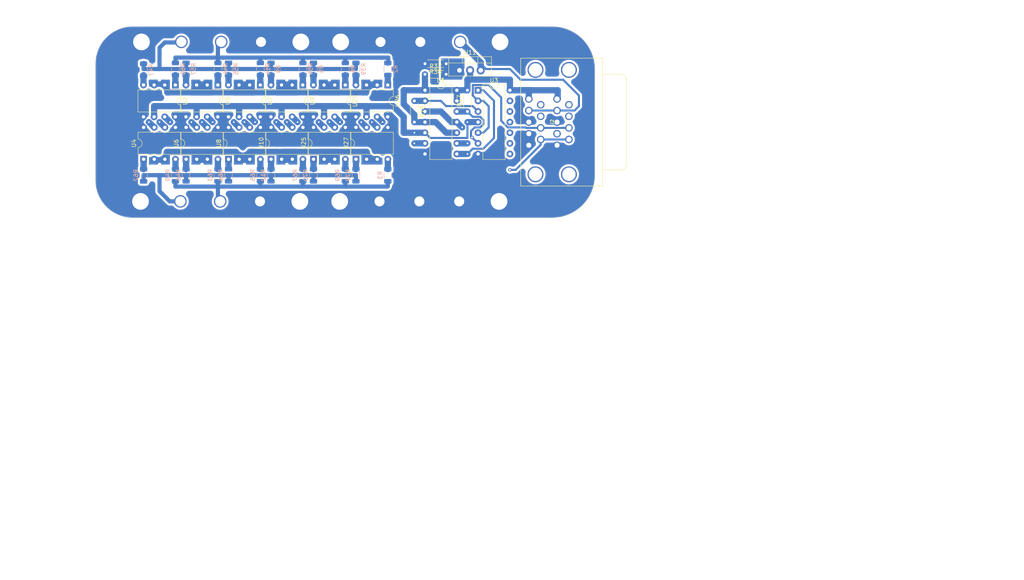
<source format=kicad_pcb>
(kicad_pcb (version 20221018) (generator pcbnew)
  (layers (0 "F.Cu" signal) (31 "B.Cu" signal) (34 "B.Paste" user) (35 "F.Paste" user) (36 "B.SilkS" user "B.Silkscreen") (37 "F.SilkS" user "F.Silkscreen") (38 "B.Mask" user) (39 "F.Mask" user) (44 "Edge.Cuts" user))
  (net 0 "")
  (net 1 "/A")
  (net 2 "Net-(R2-Pad1)")
  (net 3 "/B")
  (net 4 "Net-(R3-Pad1)")
  (net 5 "/C")
  (net 6 "/D")
  (net 7 "Net-(R12-Pad1)")
  (net 8 "Net-(R14-Pad1)")
  (net 9 "Net-(U1B-D)")
  (net 10 "+5V")
  (net 11 "Net-(U1A-D)")
  (net 12 "/A_logic")
  (net 13 "/A_n_logic")
  (net 14 "GND")
  (net 15 "/B_n_logic")
  (net 16 "/B_logic")
  (net 17 "VCC")
  (net 18 "/DIRECTION_upper")
  (net 19 "/CLOCK_upper")
  (net 20 "Net-(U11-ADJ)")
  (net 21 "Net-(R69-Pad1)")
  (net 22 "Net-(R70-Pad1)")
  (net 23 "Net-(R44-Pad1)")
  (net 24 "Net-(R46-Pad1)")
  (net 25 "Net-(R47-Pad1)")
  (net 26 "Net-(R49-Pad1)")
  (net 31 "Net-(R5-Pad1)")
  (net 32 "Net-(R6-Pad1)")
  (net 33 "Net-(R9-Pad1)")
  (net 34 "Net-(R39-Pad1)")
  (net 35 "Net-(R54-Pad1)")
  (net 36 "Net-(R55-Pad1)")
  (net 37 "Net-(R57-Pad1)")
  (net 38 "Net-(R60-Pad1)")
  (net 39 "Net-(R62-Pad1)")
  (net 40 "Net-(R63-Pad1)")
  (net 41 "Net-(R65-Pad1)")
  (net 42 "Net-(R66-Pad1)")
  (net 43 "Net-(R67-Pad1)")
  (net 44 "Net-(R72-Pad1)")
  (footprint "Resistor_THT:R_Axial_DIN0204_L3.6mm_D1.6mm_P5.08mm_Horizontal" (layer "F.Cu") (at 91.5038 -27.36)
    (fp_text reference "R37")
    (fp_text value "820")
  )
  (footprint "178-009-613R571:178-009-613R571" (layer "F.Cu") (at 121.9388 -15.93 90)
    (fp_text reference "J2")
    (fp_text value "178-009-613R571")
  )
  (footprint "Package_DIP:DIP-8_W7.62mm" (layer "F.Cu") (at 72.4438 -24.81 -90)
    (fp_text reference "U24")
    (fp_text value "~")
  )
  (footprint "Package_DIP:DIP-8_W7.62mm" (layer "F.Cu") (at 75.0038 -7.05 90)
    (fp_text reference "U27")
    (fp_text value "~")
  )
  (footprint "Package_DIP:DIP-8_W7.62mm" (layer "F.Cu") (at 82.6038 -24.81 -90)
    (fp_text reference "U26")
    (fp_text value "~")
  )
  (footprint "Resistor_THT:R_Axial_DIN0204_L3.6mm_D1.6mm_P5.08mm_Horizontal" (layer "F.Cu") (at 96.5838 -29.9 180)
    (fp_text reference "R38")
    (fp_text value "220")
  )
  (footprint "Package_DIP:DIP-8_W7.62mm" (layer "F.Cu") (at 54.6838 -7.05 90)
    (fp_text reference "U10")
    (fp_text value "~")
  )
  (footprint "Package_DIP:DIP-14_W7.62mm" (layer "F.Cu") (at 91.5038 -23.55)
    (fp_text reference "U1")
    (fp_text value "74LS74")
  )
  (footprint "Package_DIP:DIP-8_W7.62mm" (layer "F.Cu") (at 44.5138 -7.04 90)
    (fp_text reference "U8")
    (fp_text value "~")
  )
  (footprint "Package_DIP:DIP-8_W7.62mm" (layer "F.Cu") (at 41.9538 -24.81 -90)
    (fp_text reference "U5")
    (fp_text value "~")
  )
  (footprint "Package_DIP:DIP-8_W7.62mm" (layer "F.Cu") (at 52.1138 -24.81 -90)
    (fp_text reference "U7")
    (fp_text value "~")
  )
  (footprint "Package_DIP:DIP-8_W7.62mm" (layer "F.Cu") (at 34.3638 -7.05 90)
    (fp_text reference "U6")
    (fp_text value "~")
  )
  (footprint "Package_DIP:DIP-8_W7.62mm" (layer "F.Cu") (at 24.2038 -7.05 90)
    (fp_text reference "U4")
    (fp_text value "~")
  )
  (footprint "Resistor_THT:R_Axial_DIN0204_L3.6mm_D1.6mm_P5.08mm_Horizontal" (layer "F.Cu") (at 88.9638 -21.01 -90)
    (fp_text reference "R18")
    (fp_text value "5k")
  )
  (footprint "Package_DIP:DIP-14_W7.62mm" (layer "F.Cu") (at 104.2038 -23.55)
    (fp_text reference "U3")
    (fp_text value "74LS136")
  )
  (footprint "Package_DIP:DIP-8_W7.62mm" (layer "F.Cu") (at 64.8438 -7.05 90)
    (fp_text reference "U25")
    (fp_text value "~")
  )
  (footprint "Resistor_THT:R_Axial_DIN0204_L3.6mm_D1.6mm_P5.08mm_Horizontal" (layer "F.Cu") (at 101.6638 -18.47 90)
    (fp_text reference "R17")
    (fp_text value "5k")
  )
  (footprint "Package_DIP:DIP-8_W7.62mm" (layer "F.Cu") (at 62.2738 -24.81 -90)
    (fp_text reference "U9")
    (fp_text value "~")
  )
  (footprint "Package_TO_SOT_THT:TO-220-3_Vertical" (layer "F.Cu") (at 99.7588 -28.32)
    (fp_text reference "U11")
    (fp_text value "LM317_TO-220")
  )
  (footprint "Package_DIP:DIP-8_W7.62mm" (layer "F.Cu") (at 31.7938 -24.81 -90)
    (fp_text reference "U2")
    (fp_text value "~")
  )
  (footprint "Resistor_SMD:R_1206_3216Metric" (layer "B.Cu") (at 64.8338 -3.23 -90)
    (fp_text reference "R70")
    (fp_text value "1")
  )
  (footprint "Resistor_SMD:R_1206_3216Metric" (layer "B.Cu") (at 44.5138 -28.63 90)
    (fp_text reference "R55")
    (fp_text value "1")
  )
  (footprint "Resistor_SMD:R_1206_3216Metric" (layer "B.Cu") (at 54.6738 -3.23 -90)
    (fp_text reference "R12")
    (fp_text value "1")
  )
  (footprint "Resistor_SMD:R_1206_3216Metric" (layer "B.Cu") (at 82.6138 -3.23 -90)
    (fp_text reference "R3")
    (fp_text value "1")
  )
  (footprint "Resistor_SMD:R_1206_3216Metric" (layer "B.Cu") (at 72.4538 -28.63 90)
    (fp_text reference "R6")
    (fp_text value "1")
  )
  (footprint "Resistor_SMD:R_1206_3216Metric" (layer "B.Cu") (at 31.8138 -28.63 90)
    (fp_text reference "R60")
    (fp_text value "1")
  )
  (footprint "Resistor_SMD:R_1206_3216Metric" (layer "B.Cu") (at 34.3538 -28.63 90)
    (fp_text reference "R57")
    (fp_text value "1")
  )
  (footprint "Resistor_SMD:R_1206_3216Metric" (layer "B.Cu") (at 74.9938 -28.63 90)
    (fp_text reference "R39")
    (fp_text value "1")
  )
  (footprint "Resistor_SMD:R_1206_3216Metric" (layer "B.Cu") (at 74.9938 -3.23 -90)
    (fp_text reference "R72")
    (fp_text value "1")
  )
  (footprint "Resistor_SMD:R_1206_3216Metric" (layer "B.Cu") (at 72.4538 -3.23 -90)
    (fp_text reference "R69")
    (fp_text value "1")
  )
  (footprint "Resistor_SMD:R_1206_3216Metric" (layer "B.Cu") (at 34.3538 -3.23 -90)
    (fp_text reference "R46")
    (fp_text value "1")
  )
  (footprint "Resistor_SMD:R_1206_3216Metric" (layer "B.Cu") (at 82.6138 -28.63 90)
    (fp_text reference "R2")
    (fp_text value "1")
  )
  (footprint "Resistor_SMD:R_1206_3216Metric" (layer "B.Cu") (at 24.1938 -28.4375 90)
    (fp_text reference "R47")
    (fp_text value "1")
  )
  (footprint "Resistor_SMD:R_1206_3216Metric" (layer "B.Cu") (at 24.1938 -3.23 -90)
    (fp_text reference "R62")
    (fp_text value "1")
  )
  (footprint "Resistor_SMD:R_1206_3216Metric" (layer "B.Cu") (at 62.2938 -28.63 90)
    (fp_text reference "R54")
    (fp_text value "1")
  )
  (footprint "Resistor_SMD:R_1206_3216Metric" (layer "B.Cu") (at 41.9738 -3.23 -90)
    (fp_text reference "R63")
    (fp_text value "1")
  )
  (footprint "Resistor_SMD:R_1206_3216Metric" (layer "B.Cu") (at 41.9738 -28.63 90)
    (fp_text reference "R44")
    (fp_text value "1")
  )
  (footprint "Resistor_SMD:R_1206_3216Metric" (layer "B.Cu") (at 52.1338 -28.63 90)
    (fp_text reference "R14")
    (fp_text value "1")
  )
  (footprint "Resistor_SMD:R_1206_3216Metric" (layer "B.Cu") (at 31.8138 -3.23 -90)
    (fp_text reference "R49")
    (fp_text value "1")
  )
  (footprint "Resistor_SMD:R_1206_3216Metric" (layer "B.Cu") (at 52.1338 -3.23 -90)
    (fp_text reference "R65")
    (fp_text value "1")
  )
  (footprint "Resistor_SMD:R_1206_3216Metric" (layer "B.Cu") (at 44.5138 -3.23 -90)
    (fp_text reference "R66")
    (fp_text value "1")
  )
  (footprint "Resistor_SMD:R_1206_3216Metric" (layer "B.Cu") (at 64.8338 -28.63 90)
    (fp_text reference "R5")
    (fp_text value "1")
  )
  (footprint "Resistor_SMD:R_1206_3216Metric" (layer "B.Cu") (at 54.6738 -28.63 90)
    (fp_text reference "R9")
    (fp_text value "1")
  )
  (footprint "Resistor_SMD:R_1206_3216Metric" (layer "B.Cu") (at 62.2938 -3.23 -90)
    (fp_text reference "R67")
    (fp_text value "1")
  )
  (gr_arc (start 121.9838 -38.79) (mid 129.168005 -35.814205) (end 132.1438 -28.63) (stroke (width 0.1)) (layer "Edge.Cuts"))
  (gr_line (start 21.589979 6.93) (end 121.9838 6.93) (stroke (width 0.1)) (layer "Edge.Cuts"))
  (gr_line (start 21.589979 -38.79) (end 121.9838 -38.79) (stroke (width 0.1)) (layer "Edge.Cuts"))
  (gr_arc (start 21.589979 6.93) (mid 15.303813 4.326172) (end 12.699979 -1.96) (stroke (width 0.1)) (layer "Edge.Cuts"))
  (gr_arc (start 12.699979 -29.9) (mid 15.303798 -36.186187) (end 21.589979 -38.79) (stroke (width 0.1)) (layer "Edge.Cuts"))
  (gr_line (start 132.1438 -28.63) (end 132.1438 -3.23) (stroke (width 0.1)) (layer "Edge.Cuts"))
  (gr_line (start 12.699979 -1.96) (end 12.699979 -29.9) (stroke (width 0.1)) (layer "Edge.Cuts"))
  (gr_arc (start 132.1438 -3.23) (mid 129.168005 3.954205) (end 121.9838 6.93) (stroke (width 0.1)) (layer "Edge.Cuts"))
  (via (at 33.2338 -35.12) (size 3) (drill 2.4) (layers "F.Cu" "B.Cu") (net 1))
  (segment (start 33.0938 -34.98) (end 33.2338 -35.12) (width 1) (layer "B.Cu") (net 1))
  (segment (start 34.3538 -28.63) (end 34.3538 -30.0925) (width 1) (layer "B.Cu") (net 1))
  (segment (start 74.9938 -30.0925) (end 74.9938 -28.63) (width 1) (layer "B.Cu") (net 1))
  (segment (start 64.8338 -28.63) (end 54.6738 -28.63) (width 1) (layer "B.Cu") (net 1))
  (segment (start 28.0038 -33.71) (end 29.2738 -34.98) (width 1) (layer "B.Cu") (net 1))
  (segment (start 28.0038 -28.63) (end 28.0038 -33.71) (width 1) (layer "B.Cu") (net 1))
  (segment (start 74.9938 -28.63) (end 64.8338 -28.63) (width 1) (layer "B.Cu") (net 1))
  (segment (start 29.2738 -34.98) (end 33.0938 -34.98) (width 1) (layer "B.Cu") (net 1))
  (segment (start 28.0038 -28.63) (end 24.1938 -28.63) (width 1) (layer "B.Cu") (net 1))
  (segment (start 34.3538 -28.63) (end 28.0038 -28.63) (width 1) (layer "B.Cu") (net 1))
  (segment (start 24.1938 -28.63) (end 24.1938 -30.0925) (width 1) (layer "B.Cu") (net 1))
  (segment (start 54.6738 -30.0925) (end 54.6738 -28.63) (width 1) (layer "B.Cu") (net 1))
  (segment (start 54.6738 -28.63) (end 44.5138 -28.63) (width 1) (layer "B.Cu") (net 1))
  (segment (start 44.5138 -30.0925) (end 44.5138 -28.63) (width 1) (layer "B.Cu") (net 1))
  (segment (start 44.5138 -28.63) (end 34.3538 -28.63) (width 1) (layer "B.Cu") (net 1))
  (segment (start 64.8338 -30.0925) (end 64.8338 -28.63) (width 1) (layer "B.Cu") (net 1))
  (segment (start 24.1738 -24.81) (end 24.1738 -27.1475) (width 1.5) (layer "B.Cu") (net 2))
  (segment (start 24.1738 -27.1475) (end 24.1938 -27.1675) (width 1.5) (layer "B.Cu") (net 2))
  (via (at 42.7538 -35.11) (size 3) (drill 2.4) (layers "F.Cu" "B.Cu") (net 3))
  (segment (start 72.2688 -31.355) (end 72.4538 -31.17) (width 1) (layer "B.Cu") (net 3))
  (segment (start 53.3963 -31.355) (end 43.2363 -31.355) (width 1) (layer "B.Cu") (net 3))
  (segment (start 43.2363 -31.355) (end 31.8138 -31.355) (width 1) (layer "B.Cu") (net 3))
  (segment (start 41.9738 -34.33) (end 42.7538 -35.11) (width 1) (layer "B.Cu") (net 3))
  (segment (start 72.4538 -31.355) (end 72.2688 -31.355) (width 1) (layer "B.Cu") (net 3))
  (segment (start 41.9738 -30.0925) (end 41.9738 -34.33) (width 1) (layer "B.Cu") (net 3))
  (segment (start 63.5563 -31.355) (end 72.4538 -31.355) (width 1) (layer "B.Cu") (net 3))
  (segment (start 82.730159 -30.016359) (end 82.6138 -29.9) (width 1) (layer "B.Cu") (net 3))
  (segment (start 81.164561 -31.349239) (end 82.730159 -31.349239) (width 1) (layer "B.Cu") (net 3))
  (segment (start 62.2938 -30.0925) (end 62.2938 -31.355) (width 1) (layer "B.Cu") (net 3))
  (segment (start 63.5563 -31.355) (end 53.3963 -31.355) (width 1) (layer "B.Cu") (net 3))
  (segment (start 81.1588 -31.355) (end 72.4538 -31.355) (width 1) (layer "B.Cu") (net 3))
  (segment (start 81.1588 -31.355) (end 81.164561 -31.349239) (width 1) (layer "B.Cu") (net 3))
  (segment (start 72.4538 -31.17) (end 72.4538 -30.0925) (width 1) (layer "B.Cu") (net 3))
  (segment (start 52.1338 -31.355) (end 52.1338 -30.0925) (width 1) (layer "B.Cu") (net 3))
  (segment (start 31.8138 -31.355) (end 31.8138 -30.0925) (width 1) (layer "B.Cu") (net 3))
  (segment (start 82.730159 -31.349239) (end 82.730159 -30.016359) (width 1) (layer "B.Cu") (net 3))
  (segment (start 24.2038 -4.7025) (end 24.1938 -4.6925) (width 1.5) (layer "B.Cu") (net 4))
  (segment (start 24.2038 -7.05) (end 24.2038 -4.7025) (width 1.5) (layer "B.Cu") (net 4))
  (via (at 42.5138 3.04) (size 3) (drill 2.4) (layers "F.Cu" "B.Cu") (net 5))
  (segment (start 52.1338 -0.505) (end 52.1338 -1.7675) (width 1) (layer "B.Cu") (net 5))
  (segment (start 41.9738 -1.7675) (end 41.9738 2.5) (width 1) (layer "B.Cu") (net 5))
  (segment (start 82.6138 -0.59375) (end 82.52505 -0.505) (width 1) (layer "B.Cu") (net 5))
  (segment (start 72.4538 -0.69) (end 72.6388 -0.505) (width 1) (layer "B.Cu") (net 5))
  (segment (start 63.5563 -0.505) (end 53.3963 -0.505) (width 1) (layer "B.Cu") (net 5))
  (segment (start 41.9738 2.5) (end 42.5138 3.04) (width 1) (layer "B.Cu") (net 5))
  (segment (start 43.2363 -0.505) (end 31.8138 -0.505) (width 1) (layer "B.Cu") (net 5))
  (segment (start 62.2938 -0.505) (end 62.2938 -1.7675) (width 1) (layer "B.Cu") (net 5))
  (segment (start 31.8138 -0.505) (end 31.8138 -1.7675) (width 1) (layer "B.Cu") (net 5))
  (segment (start 72.6388 -0.505) (end 63.5563 -0.505) (width 1) (layer "B.Cu") (net 5))
  (segment (start 53.3963 -0.505) (end 43.2363 -0.505) (width 1) (layer "B.Cu") (net 5))
  (segment (start 72.4538 -1.7675) (end 72.4538 -0.69) (width 1) (layer "B.Cu") (net 5))
  (segment (start 82.6138 -1.7675) (end 82.6138 -0.59375) (width 1) (layer "B.Cu") (net 5))
  (segment (start 82.52505 -0.505) (end 72.6388 -0.505) (width 1) (layer "B.Cu") (net 5))
  (via (at 32.9938 3.03) (size 3) (drill 2.4) (layers "F.Cu" "B.Cu") (net 6))
  (segment (start 30.4538 3.03) (end 32.9938 3.03) (width 1) (layer "B.Cu") (net 6))
  (segment (start 64.8338 -3.23) (end 74.9938 -3.23) (width 1) (layer "B.Cu") (net 6))
  (segment (start 44.5138 -3.23) (end 54.6738 -3.23) (width 1) (layer "B.Cu") (net 6))
  (segment (start 54.6738 -3.23) (end 54.6738 -1.7675) (width 1) (layer "B.Cu") (net 6))
  (segment (start 24.1938 -1.7675) (end 24.1938 -3.23) (width 1) (layer "B.Cu") (net 6))
  (segment (start 28.0038 0.58) (end 30.4538 3.03) (width 1) (layer "B.Cu") (net 6))
  (segment (start 54.6738 -3.23) (end 64.8338 -3.23) (width 1) (layer "B.Cu") (net 6))
  (segment (start 34.3538 -3.23) (end 44.5138 -3.23) (width 1) (layer "B.Cu") (net 6))
  (segment (start 24.1938 -3.23) (end 28.0038 -3.23) (width 1) (layer "B.Cu") (net 6))
  (segment (start 74.9938 -3.23) (end 74.9938 -1.7675) (width 1) (layer "B.Cu") (net 6))
  (segment (start 44.5138 -3.23) (end 44.5138 -1.7675) (width 1) (layer "B.Cu") (net 6))
  (segment (start 28.0038 -3.23) (end 34.3538 -3.23) (width 1) (layer "B.Cu") (net 6))
  (segment (start 34.3538 -3.23) (end 34.3538 -1.7675) (width 1) (layer "B.Cu") (net 6))
  (segment (start 64.8338 -3.23) (end 64.8338 -1.7675) (width 1) (layer "B.Cu") (net 6))
  (segment (start 28.0038 -3.23) (end 28.0038 0.58) (width 1) (layer "B.Cu") (net 6))
  (segment (start 52.1338 -7.04) (end 52.1338 -4.6925) (width 1.5) (layer "B.Cu") (net 7))
  (segment (start 54.6738 -24.83) (end 54.6538 -24.81) (width 1.5) (layer "B.Cu") (net 8))
  (segment (start 54.6738 -27.1675) (end 54.6738 -24.83) (width 1.5) (layer "B.Cu") (net 8))
  (via (at 102.756773 -12.257357) (size 0.8) (drill 0.4) (layers "F.Cu" "B.Cu") (net 9))
  (segment (start 103.391854 -14.66) (end 104.701567 -14.66) (width 0.5) (layer "B.Cu") (net 9))
  (segment (start 102.9338 -17.2) (end 101.6638 -18.47) (width 0.5) (layer "B.Cu") (net 9))
  (segment (start 102.515576 -13.783722) (end 103.391854 -14.66) (width 0.5) (layer "B.Cu") (net 9))
  (segment (start 104.701567 -14.66) (end 105.4738 -15.432233) (width 0.5) (layer "B.Cu") (net 9))
  (segment (start 105.4738 -15.432233) (end 105.4738 -16.427767) (width 0.5) (layer "B.Cu") (net 9))
  (segment (start 104.701567 -17.2) (end 102.9338 -17.2) (width 0.5) (layer "B.Cu") (net 9))
  (segment (start 104.2038 -10.85) (end 102.515576 -12.538224) (width 0.5) (layer "B.Cu") (net 9))
  (segment (start 99.1238 -18.47) (end 101.6638 -18.47) (width 1.5) (layer "B.Cu") (net 9))
  (segment (start 105.4738 -16.427767) (end 104.701567 -17.2) (width 0.5) (layer "B.Cu") (net 9))
  (segment (start 102.515576 -12.538224) (end 102.515576 -13.783722) (width 0.5) (layer "B.Cu") (net 9))
  (segment (start 111.8238 -26.09) (end 111.8238 -23.55) (width 1.5) (layer "B.Cu") (net 10))
  (segment (start 86.4238 -23.55) (end 91.5038 -23.55) (width 1.5) (layer "B.Cu") (net 10))
  (segment (start 101.6638 -26.09) (end 111.8238 -26.09) (width 1.5) (layer "B.Cu") (net 10))
  (segment (start 99.1238 -23.55) (end 99.1238 -21.01) (width 1.5) (layer "B.Cu") (net 10))
  (segment (start 114.2688 -23.55) (end 123.2538 -23.55) (width 1.5) (layer "B.Cu") (net 10))
  (segment (start 88.9638 -15.93) (end 88.9638 -17.693298) (width 1.5) (layer "B.Cu") (net 10))
  (segment (start 102.2988 -28.32) (end 102.2988 -26.725) (width 1.5) (layer "B.Cu") (net 10))
  (segment (start 88.9638 -15.93) (end 91.5038 -15.93) (width 1.5) (layer "B.Cu") (net 10))
  (segment (start 101.6638 -26.09) (end 101.6638 -23.55) (width 1.5) (layer "B.Cu") (net 10))
  (segment (start 91.5038 -15.93) (end 94.0438 -15.93) (width 1.5) (layer "B.Cu") (net 10))
  (segment (start 123.2538 -21.625) (end 123.0988 -21.47) (width 1.5) (layer "B.Cu") (net 10))
  (segment (start 86.4238 -20.233298) (end 86.4238 -23.55) (width 1.5) (layer "B.Cu") (net 10))
  (segment (start 88.9638 -17.693298) (end 86.4238 -20.233298) (width 1.5) (layer "B.Cu") (net 10))
  (segment (start 102.2988 -26.725) (end 101.6638 -26.09) (width 1.5) (layer "B.Cu") (net 10))
  (segment (start 111.8238 -23.55) (end 114.2688 -23.55) (width 1.5) (layer "B.Cu") (net 10))
  (segment (start 94.0438 -15.93) (end 96.5838 -13.39) (width 1.5) (layer "B.Cu") (net 10))
  (segment (start 123.2538 -23.55) (end 123.2538 -21.625) (width 1.5) (layer "B.Cu") (net 10))
  (segment (start 116.9038 -23.55) (end 116.3488 -22.995) (width 1.5) (layer "B.Cu") (net 10))
  (segment (start 114.2688 -23.55) (end 116.9038 -23.55) (width 1.5) (layer "B.Cu") (net 10))
  (segment (start 91.5038 -23.55) (end 101.6638 -23.55) (width 1.5) (layer "B.Cu") (net 10))
  (segment (start 91.5038 -23.55) (end 91.5038 -27.36) (width 1.5) (layer "B.Cu") (net 10))
  (segment (start 96.5838 -13.39) (end 99.1238 -13.39) (width 1.5) (layer "B.Cu") (net 10))
  (segment (start 116.3488 -22.995) (end 116.3488 -21.47) (width 1.5) (layer "B.Cu") (net 10))
  (segment (start 104.2038 -18.47) (end 102.9138 -19.76) (width 0.5) (layer "B.Cu") (net 11))
  (segment (start 96.5638 -19.76) (end 95.3138 -21.01) (width 0.5) (layer "B.Cu") (net 11))
  (segment (start 88.9638 -21.01) (end 91.5038 -21.01) (width 1.5) (layer "B.Cu") (net 11))
  (segment (start 95.3138 -21.01) (end 91.5038 -21.01) (width 0.5) (layer "B.Cu") (net 11))
  (segment (start 102.9138 -19.76) (end 96.5638 -19.76) (width 0.5) (layer "B.Cu") (net 11))
  (via (at 101.6638 -15.93) (size 0.8) (drill 0.4) (layers "F.Cu" "B.Cu") (net 12))
  (via (at 88.9638 -13.39) (size 0.8) (drill 0.4) (layers "F.Cu" "B.Cu") (net 12))
  (segment (start 77.5238 -19.73) (end 77.5238 -17.19) (width 1.5) (layer "B.Cu") (net 12))
  (segment (start 67.3738 -19.74) (end 77.5338 -19.74) (width 1.5) (layer "B.Cu") (net 12))
  (segment (start 36.8938 -19.74) (end 47.0538 -19.74) (width 1.5) (layer "B.Cu") (net 12))
  (segment (start 86.4238 -13.39) (end 91.5038 -13.39) (width 1.5) (layer "B.Cu") (net 12))
  (segment (start 101.6638 -15.93) (end 104.2038 -15.93) (width 1.5) (layer "B.Cu") (net 12))
  (segment (start 82.538674 -19.73) (end 82.548674 -19.74) (width 1.5) (layer "B.Cu") (net 12))
  (segment (start 82.548674 -19.74) (end 83.8838 -19.74) (width 1.5) (layer "B.Cu") (net 12))
  (segment (start 26.7138 -19.72) (end 26.7338 -19.74) (width 1.5) (layer "B.Cu") (net 12))
  (segment (start 47.0538 -19.74) (end 57.2138 -19.74) (width 1.5) (layer "B.Cu") (net 12))
  (segment (start 26.7138 -17.19) (end 26.7138 -19.72) (width 1.5) (layer "B.Cu") (net 12))
  (segment (start 77.5238 -19.73) (end 82.538674 -19.73) (width 1.5) (layer "B.Cu") (net 12))
  (segment (start 92.7538 -12.14) (end 91.5038 -13.39) (width 0.5) (layer "B.Cu") (net 12))
  (segment (start 101.6638 -15.93) (end 101.6638 -12.14) (width 0.5) (layer "B.Cu") (net 12))
  (segment (start 83.8838 -19.74) (end 86.4238 -17.2) (width 1.5) (layer "B.Cu") (net 12))
  (segment (start 101.6638 -12.14) (end 92.7538 -12.14) (width 0.5) (layer "B.Cu") (net 12))
  (segment (start 36.8738 -19.72) (end 36.8938 -19.74) (width 1.5) (layer "B.Cu") (net 12))
  (segment (start 57.2138 -19.74) (end 57.1938 -19.72) (width 1.5) (layer "B.Cu") (net 12))
  (segment (start 77.5338 -19.74) (end 77.5238 -19.73) (width 1.5) (layer "B.Cu") (net 12))
  (segment (start 67.3738 -19.74) (end 67.3638 -19.73) (width 1.5) (layer "B.Cu") (net 12))
  (segment (start 47.0338 -19.72) (end 47.0338 -17.19) (width 1.5) (layer "B.Cu") (net 12))
  (segment (start 47.0538 -19.74) (end 47.0338 -19.72) (width 1.5) (layer "B.Cu") (net 12))
  (segment (start 67.3638 -19.73) (end 67.3638 -17.19) (width 1.5) (layer "B.Cu") (net 12))
  (segment (start 57.2138 -19.74) (end 67.3738 -19.74) (width 1.5) (layer "B.Cu") (net 12))
  (segment (start 36.8738 -17.19) (end 36.8738 -19.72) (width 1.5) (layer "B.Cu") (net 12))
  (segment (start 26.7338 -19.74) (end 36.8938 -19.74) (width 1.5) (layer "B.Cu") (net 12))
  (segment (start 57.1938 -19.72) (end 57.1938 -17.19) (width 1.5) (layer "B.Cu") (net 12))
  (segment (start 86.4238 -17.2) (end 86.4238 -13.39) (width 1.5) (layer "B.Cu") (net 12))
  (via (at 71.1838 -15.93) (size 0.8) (drill 0.4) (layers "F.Cu" "B.Cu") (net 13))
  (via (at 88.9638 -10.85) (size 0.8) (drill 0.4) (layers "F.Cu" "B.Cu") (net 13))
  (via (at 50.8638 -15.93) (size 0.8) (drill 0.4) (layers "F.Cu" "B.Cu") (net 13))
  (via (at 40.7038 -15.93) (size 0.8) (drill 0.4) (layers "F.Cu" "B.Cu") (net 13))
  (via (at 81.3438 -15.93) (size 0.8) (drill 0.4) (layers "F.Cu" "B.Cu") (net 13))
  (via (at 61.0238 -15.93) (size 0.8) (drill 0.4) (layers "F.Cu" "B.Cu") (net 13))
  (via (at 30.5438 -15.93) (size 0.8) (drill 0.4) (layers "F.Cu" "B.Cu") (net 13))
  (segment (start 69.9038 -17.19) (end 69.9238 -17.19) (width 1.5) (layer "B.Cu") (net 13))
  (segment (start 49.5538 -17.19) (end 50.8138 -15.93) (width 0.4) (layer "B.Cu") (net 13))
  (segment (start 91.5038 -10.85) (end 88.9638 -10.85) (width 1.5) (layer "B.Cu") (net 13))
  (segment (start 40.7038 -15.93) (end 40.7038 -15.88) (width 0.4) (layer "B.Cu") (net 13))
  (segment (start 81.3438 -15.88) (end 81.2938 -15.93) (width 0.4) (layer "B.Cu") (net 13))
  (segment (start 81.3438 -15.93) (end 81.3438 -15.88) (width 0.4) (layer "B.Cu") (net 13))
  (segment (start 40.7038 -15.88) (end 40.6538 -15.93) (width 0.4) (layer "B.Cu") (net 13))
  (segment (start 49.5738 -17.19) (end 50.8138 -15.95) (width 1.5) (layer "B.Cu") (net 13))
  (segment (start 71.1338 -15.93) (end 71.1838 -15.93) (width 0.4) (layer "B.Cu") (net 13))
  (segment (start 50.8638 -15.93) (end 50.8638 -15.88) (width 0.4) (layer "B.Cu") (net 13))
  (segment (start 61.0238 -15.88) (end 60.9738 -15.93) (width 0.4) (layer "B.Cu") (net 13))
  (segment (start 39.4138 -17.19) (end 39.4438 -17.19) (width 1.5) (layer "B.Cu") (net 13))
  (segment (start 29.2838 -17.19) (end 30.5438 -15.93) (width 1.5) (layer "B.Cu") (net 13))
  (segment (start 30.5438 -15.9) (end 30.5138 -15.93) (width 0.4) (layer "B.Cu") (net 13))
  (segment (start 39.3938 -17.19) (end 40.6538 -15.93) (width 0.4) (layer "B.Cu") (net 13))
  (segment (start 71.1838 -15.88) (end 71.1338 -15.93) (width 0.4) (layer "B.Cu") (net 13))
  (segment (start 30.5138 -15.93) (end 30.5438 -15.93) (width 0.4) (layer "B.Cu") (net 13))
  (segment (start 50.8638 -15.88) (end 50.8138 -15.93) (width 0.4) (layer "B.Cu") (net 13))
  (segment (start 71.1838 -15.93) (end 71.1838 -15.88) (width 0.4) (layer "B.Cu") (net 13))
  (segment (start 59.7638 -17.19) (end 61.0238 -15.93) (width 1.5) (layer "B.Cu") (net 13))
  (segment (start 69.9238 -17.19) (end 71.1838 -15.93) (width 1.5) (layer "B.Cu") (net 13))
  (segment (start 30.5438 -15.93) (end 30.5438 -15.9) (width 0.4) (layer "B.Cu") (net 13))
  (segment (start 60.9738 -15.93) (end 61.0238 -15.93) (width 0.4) (layer "B.Cu") (net 13))
  (segment (start 61.0238 -15.93) (end 61.0238 -15.88) (width 0.4) (layer "B.Cu") (net 13))
  (segment (start 40.6538 -15.93) (end 40.7038 -15.93) (width 0.4) (layer "B.Cu") (net 13))
  (segment (start 69.8738 -17.19) (end 71.1338 -15.93) (width 0.4) (layer "B.Cu") (net 13))
  (segment (start 59.7338 -17.19) (end 59.7638 -17.19) (width 1.5) (layer "B.Cu") (net 13))
  (segment (start 59.7138 -17.19) (end 60.9738 -15.93) (width 0.4) (layer "B.Cu") (net 13))
  (segment (start 80.0838 -17.19) (end 81.3438 -15.93) (width 1.5) (layer "B.Cu") (net 13))
  (segment (start 80.0338 -17.19) (end 81.2938 -15.93) (width 0.4) (layer "B.Cu") (net 13))
  (segment (start 81.2938 -15.93) (end 81.3438 -15.93) (width 0.4) (layer "B.Cu") (net 13))
  (segment (start 50.8138 -15.95) (end 50.8138 -15.93) (width 1.5) (layer "B.Cu") (net 13))
  (segment (start 29.2538 -17.19) (end 29.2838 -17.19) (width 1.5) (layer "B.Cu") (net 13))
  (segment (start 39.4438 -17.19) (end 40.7038 -15.93) (width 1.5) (layer "B.Cu") (net 13))
  (segment (start 80.0638 -17.19) (end 80.0838 -17.19) (width 1.5) (layer "B.Cu") (net 13))
  (segment (start 50.8138 -15.93) (end 50.8638 -15.93) (width 0.4) (layer "B.Cu") (net 13))
  (via (at 52.0438 3.04) (size 3) (drill 2.4) (layers "F.Cu" "B.Cu") (net 14))
  (via (at 61.8138 -35.11) (size 4.5) (drill 4) (layers "F.Cu" "B.Cu") (net 14))
  (via (at 90.4038 -35.11) (size 3) (drill 2.4) (layers "F.Cu" "B.Cu") (net 14))
  (via (at 109.4638 -35.11) (size 4.5) (drill 4) (layers "F.Cu" "B.Cu") (net 14))
  (via (at 61.5738 3.04) (size 4.5) (drill 4) (layers "F.Cu" "B.Cu") (net 14))
  (via (at 99.6938 3.04) (size 3) (drill 2.4) (layers "F.Cu" "B.Cu") (net 14))
  (via (at 23.4538 3.04) (size 4.5) (drill 4) (layers "F.Cu" "B.Cu") (net 14))
  (via (at 71.3438 -35.11) (size 4.5) (drill 4) (layers "F.Cu" "B.Cu") (net 14))
  (via (at 71.1038 3.04) (size 4.5) (drill 4) (layers "F.Cu" "B.Cu") (net 14))
  (via (at 80.8738 -35.11) (size 3) (drill 2.4) (layers "F.Cu" "B.Cu") (net 14))
  (via (at 109.2238 3.04) (size 4.5) (drill 4) (layers "F.Cu" "B.Cu") (net 14))
  (via (at 90.1638 3.04) (size 3) (drill 2.4) (layers "F.Cu" "B.Cu") (net 14))
  (via (at 80.6338 3.04) (size 3) (drill 2.4) (layers "F.Cu" "B.Cu") (net 14))
  (via (at 52.2838 -35.11) (size 3) (drill 2.4) (layers "F.Cu" "B.Cu") (net 14))
  (via (at 23.6938 -35.11) (size 4.5) (drill 4) (layers "F.Cu" "B.Cu") (net 14))
  (segment (start 54.6538 -17.19) (end 53.4088 -15.945) (width 1.5) (layer "B.Cu") (net 14))
  (segment (start 41.9538 -17.19) (end 43.2288 -15.915) (width 1.5) (layer "B.Cu") (net 14))
  (segment (start 53.4088 -15.945) (end 54.6838 -14.67) (width 1.5) (layer "B.Cu") (net 14))
  (segment (start 62.3038 -14.67) (end 63.5488 -15.915) (width 1.5) (layer "B.Cu") (net 14))
  (segment (start 52.1438 -14.67) (end 52.1338 -14.66) (width 1.5) (layer "B.Cu") (net 14))
  (segment (start 74.9838 -17.19) (end 73.7338 -15.94) (width 1.5) (layer "B.Cu") (net 14))
  (segment (start 82.6038 -17.19) (end 83.8738 -15.92) (width 1.5) (layer "B.Cu") (net 14))
  (segment (start 75.0038 -14.67) (end 72.4638 -14.67) (width 1.5) (layer "B.Cu") (net 14))
  (segment (start 64.8438 -14.67) (end 62.3038 -14.67) (width 1.5) (layer "B.Cu") (net 14))
  (segment (start 33.0538 -15.93) (end 31.7938 -17.19) (width 1.5) (layer "B.Cu") (net 14))
  (segment (start 72.4638 -14.67) (end 73.7138 -15.92) (width 1.5) (layer "B.Cu") (net 14))
  (segment (start 53.3888 -15.915) (end 52.1138 -17.19) (width 1.5) (layer "B.Cu") (net 14))
  (segment (start 33.0888 -15.945) (end 34.3338 -17.19) (width 1.5) (layer "B.Cu") (net 14))
  (segment (start 34.3638 -14.67) (end 33.0888 -15.945) (width 1.5) (layer "B.Cu") (net 14))
  (segment (start 33.0838 -15.93) (end 33.0538 -15.93) (width 1.5) (layer "B.Cu") (net 14))
  (segment (start 54.6838 -14.67) (end 52.1438 -14.67) (width 1.5) (layer "B.Cu") (net 14))
  (segment (start 73.7338 -15.94) (end 75.0038 -14.67) (width 1.5) (layer "B.Cu") (net 14))
  (segment (start 52.1338 -14.66) (end 53.3888 -15.915) (width 1.5) (layer "B.Cu") (net 14))
  (segment (start 63.5738 -15.94) (end 64.8438 -14.67) (width 1.5) (layer "B.Cu") (net 14))
  (segment (start 83.8738 -15.92) (end 82.6238 -14.67) (width 1.5) (layer "B.Cu") (net 14))
  (segment (start 43.2388 -15.935) (end 44.4938 -17.19) (width 1.5) (layer "B.Cu") (net 14))
  (segment (start 63.5488 -15.915) (end 62.2738 -17.19) (width 1.5) (layer "B.Cu") (net 14))
  (segment (start 22.9288 -15.945) (end 24.2038 -14.67) (width 1.5) (layer "B.Cu") (net 14))
  (segment (start 44.5138 -14.66) (end 43.2388 -15.935) (width 1.5) (layer "B.Cu") (net 14))
  (segment (start 24.1738 -17.19) (end 22.9288 -15.945) (width 1.5) (layer "B.Cu") (net 14))
  (segment (start 33.0838 -15.93) (end 31.8238 -14.67) (width 1.5) (layer "B.Cu") (net 14))
  (segment (start 44.5038 -14.67) (end 44.5138 -14.66) (width 1.5) (layer "B.Cu") (net 14))
  (segment (start 72.4438 -17.19) (end 74.9838 -17.19) (width 1.5) (layer "B.Cu") (net 14))
  (segment (start 52.1138 -17.19) (end 54.6538 -17.19) (width 1.5) (layer "B.Cu") (net 14))
  (segment (start 41.9838 -14.67) (end 44.5038 -14.67) (width 1.5) (layer "B.Cu") (net 14))
  (segment (start 73.7138 -15.92) (end 72.4438 -17.19) (width 1.5) (layer "B.Cu") (net 14))
  (segment (start 44.4938 -17.19) (end 41.9538 -17.19) (width 1.5) (layer "B.Cu") (net 14))
  (segment (start 34.3338 -17.19) (end 31.7938 -17.19) (width 1.5) (layer "B.Cu") (net 14))
  (segment (start 43.2288 -15.915) (end 41.9838 -14.67) (width 1.5) (layer "B.Cu") (net 14))
  (segment (start 64.8238 -17.19) (end 63.5738 -15.94) (width 1.5) (layer "B.Cu") (net 14))
  (segment (start 31.8238 -14.67) (end 34.3638 -14.67) (width 1.5) (layer "B.Cu") (net 14))
  (segment (start 62.2738 -17.19) (end 64.8238 -17.19) (width 1.5) (layer "B.Cu") (net 14))
  (via (at 76.2638 -15.93) (size 0.8) (drill 0.4) (layers "F.Cu" "B.Cu") (net 15))
  (via (at 66.1038 -15.93) (size 0.8) (drill 0.4) (layers "F.Cu" "B.Cu") (net 15))
  (via (at 55.9438 -15.93) (size 0.8) (drill 0.4) (layers "F.Cu" "B.Cu") (net 15))
  (via (at 25.4638 -15.93) (size 0.8) (drill 0.4) (layers "F.Cu" "B.Cu") (net 15))
  (via (at 101.6638 -8.31) (size 0.8) (drill 0.4) (layers "F.Cu" "B.Cu") (net 15))
  (via (at 35.6238 -15.93) (size 0.8) (drill 0.4) (layers "F.Cu" "B.Cu") (net 15))
  (via (at 45.7838 -15.93) (size 0.8) (drill 0.4) (layers "F.Cu" "B.Cu") (net 15))
  (segment (start 104.2038 -23.55) (end 105.4738 -23.55) (width 0.5) (layer "B.Cu") (net 15))
  (segment (start 47.0438 -14.67) (end 45.7838 -15.93) (width 0.4) (layer "B.Cu") (net 15))
  (segment (start 105.4738 -23.55) (end 108.0138 -21.01) (width 0.5) (layer "B.Cu") (net 15))
  (segment (start 25.4638 -15.93) (end 25.4638 -15.95) (width 0.4) (layer "B.Cu") (net 15))
  (segment (start 108.0138 -12.12) (end 105.4538 -9.56) (width 0.5) (layer "B.Cu") (net 15))
  (segment (start 77.5438 -14.67) (end 77.5238 -14.67) (width 1.5) (layer "B.Cu") (net 15))
  (segment (start 67.3838 -14.67) (end 67.3638 -14.67) (width 1.5) (layer "B.Cu") (net 15))
  (segment (start 57.2038 -14.67) (end 55.9438 -15.93) (width 1.5) (layer "B.Cu") (net 15))
  (segment (start 25.4638 -15.95) (end 25.4838 -15.93) (width 0.4) (layer "B.Cu") (net 15))
  (segment (start 77.5238 -14.67) (end 76.2638 -15.93) (width 1.5) (layer "B.Cu") (net 15))
  (segment (start 57.2238 -14.67) (end 57.2038 -14.67) (width 1.5) (layer "B.Cu") (net 15))
  (segment (start 102.9138 -9.56) (end 101.6638 -8.31) (width 0.5) (layer "B.Cu") (net 15))
  (segment (start 67.3638 -14.67) (end 66.1038 -15.93) (width 1.5) (layer "B.Cu") (net 15))
  (segment (start 99.1238 -8.31) (end 101.6638 -8.31) (width 1.5) (layer "B.Cu") (net 15))
  (segment (start 36.9038 -14.67) (end 36.8838 -14.67) (width 1.5) (layer "B.Cu") (net 15))
  (segment (start 26.7238 -14.67) (end 25.4638 -15.93) (width 1.5) (layer "B.Cu") (net 15))
  (segment (start 26.7438 -14.67) (end 26.7238 -14.67) (width 1.5) (layer "B.Cu") (net 15))
  (segment (start 36.8838 -14.67) (end 35.6238 -15.93) (width 1.5) (layer "B.Cu") (net 15))
  (segment (start 25.4838 -15.93) (end 25.4638 -15.93) (width 0.4) (layer "B.Cu") (net 15))
  (segment (start 105.4538 -9.56) (end 102.9138 -9.56) (width 0.5) (layer "B.Cu") (net 15))
  (segment (start 47.0538 -14.66) (end 45.7838 -15.93) (width 1.5) (layer "B.Cu") (net 15))
  (segment (start 108.0138 -21.01) (end 108.0138 -12.12) (width 0.5) (layer "B.Cu") (net 15))
  (via (at 48.3238 -15.93) (size 0.8) (drill 0.4) (layers "F.Cu" "B.Cu") (net 16))
  (via (at 58.4838 -15.93) (size 0.8) (drill 0.4) (layers "F.Cu" "B.Cu") (net 16))
  (via (at 78.8038 -15.93) (size 0.8) (drill 0.4) (layers "F.Cu" "B.Cu") (net 16))
  (via (at 28.0038 -15.93) (size 0.8) (drill 0.4) (layers "F.Cu" "B.Cu") (net 16))
  (via (at 38.1638 -15.93) (size 0.8) (drill 0.4) (layers "F.Cu" "B.Cu") (net 16))
  (via (at 68.6438 -15.93) (size 0.8) (drill 0.4) (layers "F.Cu" "B.Cu") (net 16))
  (via (at 101.6638 -10.85) (size 0.8) (drill 0.4) (layers "F.Cu" "B.Cu") (net 16))
  (segment (start 28.0038 -15.95) (end 28.0238 -15.93) (width 0.4) (layer "B.Cu") (net 16))
  (segment (start 80.0638 -14.67) (end 78.8038 -15.93) (width 1.5) (layer "B.Cu") (net 16))
  (segment (start 49.5838 -14.67) (end 48.3238 -15.93) (width 0.4) (layer "B.Cu") (net 16))
  (segment (start 39.4438 -14.67) (end 39.4238 -14.67) (width 1.5) (layer "B.Cu") (net 16))
  (segment (start 69.9038 -14.67) (end 68.6438 -15.93) (width 1.5) (layer "B.Cu") (net 16))
  (segment (start 99.1238 -10.85) (end 101.6638 -10.85) (width 1.5) (layer "B.Cu") (net 16))
  (segment (start 80.0838 -14.67) (end 80.0638 -14.67) (width 1.5) (layer "B.Cu") (net 16))
  (segment (start 28.0238 -15.93) (end 28.0038 -15.93) (width 0.4) (layer "B.Cu") (net 16))
  (segment (start 29.2838 -14.67) (end 29.2638 -14.67) (width 1.5) (layer "B.Cu") (net 16))
  (segment (start 29.2638 -14.67) (end 28.0038 -15.93) (width 1.5) (layer "B.Cu") (net 16))
  (segment (start 69.9238 -14.67) (end 69.9038 -14.67) (width 1.5) (layer "B.Cu") (net 16))
  (segment (start 59.7638 -14.67) (end 59.7438 -14.67) (width 1.5) (layer "B.Cu") (net 16))
  (segment (start 59.7438 -14.67) (end 58.4838 -15.93) (width 1.5) (layer "B.Cu") (net 16))
  (segment (start 39.4238 -14.67) (end 38.1638 -15.93) (width 1.5) (layer "B.Cu") (net 16))
  (segment (start 28.0038 -15.93) (end 28.0038 -15.95) (width 0.4) (layer "B.Cu") (net 16))
  (segment (start 49.5938 -14.66) (end 48.3238 -15.93) (width 1.5) (layer "B.Cu") (net 16))
  (via (at 99.9338 -35.11) (size 3) (drill 2.4) (layers "F.Cu" "B.Cu") (net 17))
  (segment (start 124.5488 -26.065) (end 114.3888 -26.065) (width 0.5) (layer "B.Cu") (net 17))
  (segment (start 104.8388 -29.9) (end 104.8388 -30.205) (width 1.5) (layer "B.Cu") (net 17))
  (segment (start 127.2938 -18.7) (end 128.3338 -19.74) (width 0.5) (layer "B.Cu") (net 17))
  (segment (start 77.5338 -8.8) (end 77.5438 -8.79) (width 1.5) (layer "B.Cu") (net 17))
  (segment (start 35.6238 -8.8) (end 35.9138 -8.8) (width 1.5) (layer "B.Cu") (net 17))
  (segment (start 29.7638 -8.8) (end 35.6238 -8.8) (width 1.5) (layer "B.Cu") (net 17))
  (segment (start 36.8938 -23.06) (end 29.87243 -23.06) (width 1.5) (layer "B.Cu") (net 17))
  (segment (start 104.8388 -30.205) (end 99.9338 -35.11) (width 1.5) (layer "B.Cu") (net 17))
  (segment (start 77.5438 -8.79) (end 77.5438 -7.05) (width 1.5) (layer "B.Cu") (net 17))
  (segment (start 80.0838 -7.05) (end 77.5438 -7.05) (width 1.5) (layer "B.Cu") (net 17))
  (segment (start 57.2138 -23.06) (end 50.19243 -23.06) (width 1.5) (layer "B.Cu") (net 17))
  (segment (start 49.5938 -8.8) (end 56.4338 -8.8) (width 1.5) (layer "B.Cu") (net 17))
  (segment (start 114.3888 -26.065) (end 111.8238 -28.63) (width 0.5) (layer "B.Cu") (net 17))
  (segment (start 116.3488 -18.7) (end 123.0988 -18.7) (width 0.5) (layer "B.Cu") (net 17))
  (segment (start 57.2138 -8.8) (end 77.5338 -8.8) (width 1.5) (layer "B.Cu") (net 17))
  (segment (start 77.433418 -23.06) (end 70.52243 -23.06) (width 1.5) (layer "B.Cu") (net 17))
  (segment (start 67.3738 -23.06) (end 60.35243 -23.06) (width 1.5) (layer "B.Cu") (net 17))
  (segment (start 35.6238 -8.8) (end 46.2538 -8.8) (width 1.5) (layer "B.Cu") (net 17))
  (segment (start 123.0988 -18.7) (end 127.2938 -18.7) (width 0.5) (layer "B.Cu") (net 17))
  (segment (start 50.19243 -23.06) (end 40.03243 -23.06) (width 1.5) (layer "B.Cu") (net 17))
  (segment (start 128.3338 -19.74) (end 128.3338 -22.28) (width 0.5) (layer "B.Cu") (net 17))
  (segment (start 106.1088 -28.63) (end 104.8388 -29.9) (width 0.5) (layer "B.Cu") (net 17))
  (segment (start 104.8388 -28.32) (end 104.8388 -29.9) (width 1.5) (layer "B.Cu") (net 17))
  (segment (start 111.8238 -28.63) (end 106.1088 -28.63) (width 0.5) (layer "B.Cu") (net 17))
  (segment (start 128.3338 -22.28) (end 124.5488 -26.065) (width 0.5) (layer "B.Cu") (net 17))
  (segment (start 102.9538 -24.8) (end 106.7638 -24.8) (width 0.5) (layer "B.Cu") (net 18))
  (segment (start 109.741854 -16.244179) (end 111.326033 -14.66) (width 0.5) (layer "B.Cu") (net 18))
  (segment (start 106.7638 -24.8) (end 109.741854 -21.821946) (width 0.5) (layer "B.Cu") (net 18))
  (segment (start 104.2038 -21.01) (end 105.4738 -21.01) (width 0.5) (layer "B.Cu") (net 18))
  (segment (start 115.6338 -14.66) (end 115.7488 -14.545) (width 0.5) (layer "B.Cu") (net 18))
  (segment (start 106.7438 -14.66) (end 105.4738 -13.39) (width 0.5) (layer "B.Cu") (net 18))
  (segment (start 119.1888 -14.545) (end 125.9388 -14.545) (width 0.5) (layer "B.Cu") (net 18))
  (segment (start 111.326033 -14.66) (end 115.6338 -14.66) (width 0.5) (layer "B.Cu") (net 18))
  (segment (start 104.2038 -21.01) (end 102.9538 -22.26) (width 0.5) (layer "B.Cu") (net 18))
  (segment (start 105.4738 -21.01) (end 106.7438 -19.74) (width 0.5) (layer "B.Cu") (net 18))
  (segment (start 105.4738 -13.39) (end 104.2038 -13.39) (width 0.5) (layer "B.Cu") (net 18))
  (segment (start 106.7438 -19.74) (end 106.7438 -14.66) (width 0.5) (layer "B.Cu") (net 18))
  (segment (start 115.7488 -14.545) (end 119.1888 -14.545) (width 0.5) (layer "B.Cu") (net 18))
  (segment (start 109.741854 -21.821946) (end 109.741854 -16.244179) (width 0.5) (layer "B.Cu") (net 18))
  (segment (start 102.9538 -22.26) (end 102.9538 -24.8) (width 0.5) (layer "B.Cu") (net 18))
  (via (at 100.3938 -14.66) (size 0.8) (drill 0.4) (layers "F.Cu" "B.Cu") (net 19))
  (via (at 111.8238 -4.5) (size 0.8) (drill 0.4) (layers "F.Cu" "B.Cu") (net 19))
  (segment (start 119.1888 -11.775) (end 119.1888 -10.502208) (width 0.5) (layer "B.Cu") (net 19))
  (segment (start 91.5038 -18.47) (end 95.3138 -18.47) (width 1.5) (layer "B.Cu") (net 19))
  (segment (start 95.3138 -18.47) (end 97.8538 -15.93) (width 1.5) (layer "B.Cu") (net 19))
  (segment (start 113.186592 -4.5) (end 111.8238 -4.5) (width 0.5) (layer "B.Cu") (net 19))
  (segment (start 119.1888 -10.502208) (end 113.186592 -4.5) (width 0.5) (layer "B.Cu") (net 19))
  (segment (start 119.1888 -11.775) (end 125.9388 -11.775) (width 0.5) (layer "B.Cu") (net 19))
  (segment (start 97.8538 -15.93) (end 99.1238 -15.93) (width 1.5) (layer "B.Cu") (net 19))
  (segment (start 99.1238 -15.93) (end 100.3938 -14.66) (width 1.5) (layer "B.Cu") (net 19))
  (segment (start 34.3638 -4.7025) (end 34.3538 -4.6925) (width 1.5) (layer "B.Cu") (net 21))
  (segment (start 34.3638 -7.05) (end 34.3638 -4.7025) (width 1.5) (layer "B.Cu") (net 21))
  (segment (start 41.9738 -4.6925) (end 41.9738 -7.04) (width 1.5) (layer "B.Cu") (net 22))
  (segment (start 41.9738 -7.04) (end 41.9838 -7.05) (width 1.5) (layer "B.Cu") (net 22))
  (segment (start 64.8338 -27.1675) (end 64.8338 -24.82) (width 1.5) (layer "B.Cu") (net 23))
  (segment (start 64.8338 -24.82) (end 64.8238 -24.81) (width 1.5) (layer "B.Cu") (net 23))
  (segment (start 72.4638 -4.7025) (end 72.4538 -4.6925) (width 1.5) (layer "B.Cu") (net 24))
  (segment (start 72.4638 -7.05) (end 72.4638 -4.7025) (width 1.5) (layer "B.Cu") (net 24))
  (segment (start 82.6038 -24.81) (end 82.6038 -26.965) (width 1.5) (layer "B.Cu") (net 25))
  (segment (start 82.6038 -26.965) (end 82.6138 -26.975) (width 1.5) (layer "B.Cu") (net 25))
  (segment (start 75.0038 -4.7025) (end 74.9938 -4.6925) (width 1.5) (layer "B.Cu") (net 26))
  (segment (start 75.0038 -7.05) (end 75.0038 -4.7025) (width 1.5) (layer "B.Cu") (net 26))
  (segment (start 41.9538 -27.1475) (end 41.9738 -27.1675) (width 1.5) (layer "B.Cu") (net 31))
  (segment (start 41.9538 -24.81) (end 41.9538 -27.1475) (width 1.5) (layer "B.Cu") (net 31))
  (segment (start 34.3538 -27.1675) (end 34.3538 -24.83) (width 1.5) (layer "B.Cu") (net 32))
  (segment (start 34.3538 -24.83) (end 34.3338 -24.81) (width 1.5) (layer "B.Cu") (net 32))
  (segment (start 52.1138 -24.81) (end 52.1138 -27.1475) (width 1.5) (layer "B.Cu") (net 33))
  (segment (start 52.1138 -27.1475) (end 52.1338 -27.1675) (width 1.5) (layer "B.Cu") (net 33))
  (segment (start 31.7938 -27.1475) (end 31.8138 -27.1675) (width 1.5) (layer "B.Cu") (net 34))
  (segment (start 31.7938 -24.81) (end 31.7938 -27.1475) (width 1.5) (layer "B.Cu") (net 34))
  (segment (start 44.5138 -24.83) (end 44.4938 -24.81) (width 1.5) (layer "B.Cu") (net 35))
  (segment (start 44.5138 -27.1675) (end 44.5138 -24.83) (width 1.5) (layer "B.Cu") (net 35))
  (segment (start 62.2938 -24.83) (end 62.2738 -24.81) (width 1.5) (layer "B.Cu") (net 36))
  (segment (start 62.2938 -27.1675) (end 62.2938 -24.83) (width 1.5) (layer "B.Cu") (net 36))
  (segment (start 72.4538 -24.82) (end 72.4438 -24.81) (width 1.5) (layer "B.Cu") (net 37))
  (segment (start 72.4538 -27.1675) (end 72.4538 -24.82) (width 1.5) (layer "B.Cu") (net 37))
  (segment (start 74.9838 -24.81) (end 74.9838 -27.1575) (width 1.5) (layer "B.Cu") (net 38))
  (segment (start 74.9838 -27.1575) (end 74.9938 -27.1675) (width 1.5) (layer "B.Cu") (net 38))
  (segment (start 82.6238 -4.7025) (end 82.6138 -4.6925) (width 1.5) (layer "B.Cu") (net 39))
  (segment (start 82.6238 -7.05) (end 82.6238 -4.7025) (width 1.5) (layer "B.Cu") (net 39))
  (segment (start 64.8438 -7.05) (end 64.8438 -4.7025) (width 1.5) (layer "B.Cu") (net 40))
  (segment (start 64.8438 -4.7025) (end 64.8338 -4.6925) (width 1.5) (layer "B.Cu") (net 40))
  (segment (start 54.6838 -4.7025) (end 54.6738 -4.6925) (width 1.5) (layer "B.Cu") (net 41))
  (segment (start 54.6838 -7.05) (end 54.6838 -4.7025) (width 1.5) (layer "B.Cu") (net 41))
  (segment (start 62.3038 -4.7025) (end 62.2938 -4.6925) (width 1.5) (layer "B.Cu") (net 42))
  (segment (start 62.3038 -7.05) (end 62.3038 -4.7025) (width 1.5) (layer "B.Cu") (net 42))
  (segment (start 44.5138 -7.04) (end 44.5138 -4.885) (width 1.5) (layer "B.Cu") (net 43))
  (segment (start 31.8238 -7.05) (end 31.8238 -4.7025) (width 1.5) (layer "B.Cu") (net 44))
  (segment (start 31.8238 -4.7025) (end 31.8138 -4.6925) (width 1.5) (layer "B.Cu") (net 44))
  (zone (net 17) (net_name "VCC") (layer "B.Cu") (connect_pads yes (clearance 0.5)) (min_thickness 0.25) (fill yes (thermal_gap 0.5) (thermal_bridge_width 0.5))
    (polygon (pts (xy 35.565195 -26.09) (xy 40.645195 -26.09) (xy 40.645195 -22.28) (xy 35.565195 -22.28)))
  )
  (zone (net 20) (net_name "Net-(U11-ADJ)") (layer "B.Cu") (priority 2) (connect_pads yes (clearance 0.5)) (min_thickness 0.25) (fill yes (thermal_gap 0.5) (thermal_bridge_width 0.5))
    (polygon (pts (xy 95.3138 -31.17) (xy 100.960283 -31.17) (xy 100.960283 -26.09) (xy 95.3138 -26.09) (xy 95.3138 -26.474547)))
  )
  (zone (net 17) (net_name "VCC") (layer "B.Cu") (connect_pads yes (clearance 0.5)) (min_thickness 0.25) (fill yes (thermal_gap 0.5) (thermal_bridge_width 0.5))
    (polygon (pts (xy 35.565195 -9.58) (xy 40.645195 -9.58) (xy 40.645195 -5.77) (xy 35.565195 -5.77)))
  )
  (zone (net 17) (net_name "VCC") (layer "B.Cu") (connect_pads yes (clearance 0.5)) (min_thickness 0.25) (fill yes (thermal_gap 0.5) (thermal_bridge_width 0.5))
    (polygon (pts (xy 55.885195 -26.09) (xy 60.965195 -26.09) (xy 60.965195 -22.28) (xy 55.885195 -22.28)))
  )
  (zone (net 17) (net_name "VCC") (layer "B.Cu") (connect_pads yes (clearance 0.5)) (min_thickness 0.25) (fill yes (thermal_gap 0.5) (thermal_bridge_width 0.5))
    (polygon (pts (xy 45.725195 -9.58) (xy 50.805195 -9.58) (xy 50.805195 -5.77) (xy 45.725195 -5.77)))
  )
  (zone (net 17) (net_name "VCC") (layer "B.Cu") (connect_pads yes (clearance 0.5)) (min_thickness 0.25) (fill yes (thermal_gap 0.5) (thermal_bridge_width 0.5))
    (polygon (pts (xy 66.045195 -26.09) (xy 71.125195 -26.09) (xy 71.125195 -22.28) (xy 66.045195 -22.28)))
  )
  (zone (net 17) (net_name "VCC") (layer "B.Cu") (connect_pads yes (clearance 0.5)) (min_thickness 0.25) (fill yes (thermal_gap 0.5) (thermal_bridge_width 0.5))
    (polygon (pts (xy 66.045195 -9.58) (xy 71.125195 -9.58) (xy 71.125195 -5.77) (xy 66.045195 -5.77)))
  )
  (zone (net 17) (net_name "VCC") (layer "B.Cu") (connect_pads yes (clearance 0.5)) (min_thickness 0.25) (fill yes (thermal_gap 0.5) (thermal_bridge_width 0.5))
    (polygon (pts (xy 25.405195 -9.58) (xy 30.485195 -9.58) (xy 30.485195 -5.77) (xy 25.405195 -5.77)))
  )
  (zone (net 17) (net_name "VCC") (layer "B.Cu") (connect_pads yes (clearance 0.5)) (min_thickness 0.25) (fill yes (thermal_gap 0.5) (thermal_bridge_width 0.5))
    (polygon (pts (xy 76.2638 -26.09) (xy 81.3438 -26.09) (xy 81.3438 -22.28) (xy 76.2638 -22.28)))
  )
  (zone (net 17) (net_name "VCC") (layer "B.Cu") (connect_pads yes (clearance 0.5)) (min_thickness 0.25) (fill yes (thermal_gap 0.5) (thermal_bridge_width 0.5))
    (polygon (pts (xy 45.725195 -26.09) (xy 50.805195 -26.09) (xy 50.805195 -22.28) (xy 45.725195 -22.28)))
  )
  (zone (net 14) (net_name "GND") (layer "B.Cu") (priority 1) (connect_pads yes (clearance 0.5)) (min_thickness 1.5) (fill yes (thermal_gap 0.5) (thermal_bridge_width 1.5))
    (polygon (pts (xy 140.975195 -45.14) (xy 140.975195 12.01) (xy -10.154805 12.01) (xy -10.154805 -45.14)))
  )
  (zone (net 17) (net_name "VCC") (layer "B.Cu") (connect_pads yes (clearance 0.5)) (min_thickness 0.25) (fill yes (thermal_gap 0.5) (thermal_bridge_width 0.5))
    (polygon (pts (xy 76.2638 -9.58) (xy 81.3438 -9.58) (xy 81.3438 -5.77) (xy 76.2638 -5.77)))
  )
  (zone (net 17) (net_name "VCC") (layer "B.Cu") (connect_pads yes (clearance 0.5)) (min_thickness 0.25) (fill yes (thermal_gap 0.5) (thermal_bridge_width 0.5))
    (polygon (pts (xy 25.405195 -26.09) (xy 30.485195 -26.09) (xy 30.485195 -22.28) (xy 25.405195 -22.28)))
  )
  (zone (net 17) (net_name "VCC") (layer "B.Cu") (connect_pads yes (clearance 0.5)) (min_thickness 0.25) (fill yes (thermal_gap 0.5) (thermal_bridge_width 0.5))
    (polygon (pts (xy 55.885195 -9.58) (xy 60.965195 -9.58) (xy 60.965195 -5.77) (xy 55.885195 -5.77)))
  )
)
</source>
